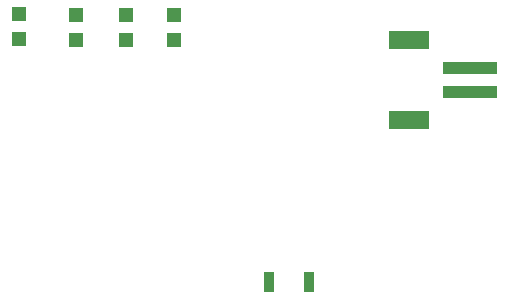
<source format=gbr>
G04 #@! TF.GenerationSoftware,KiCad,Pcbnew,(6.0.0-rc1-dev-1469-g932b9a334)*
G04 #@! TF.CreationDate,2019-08-07T07:36:24-07:00
G04 #@! TF.ProjectId,Laptreus-v2,4c617074-7265-4757-932d-76322e6b6963,rev?*
G04 #@! TF.SameCoordinates,Original*
G04 #@! TF.FileFunction,Paste,Bot*
G04 #@! TF.FilePolarity,Positive*
%FSLAX46Y46*%
G04 Gerber Fmt 4.6, Leading zero omitted, Abs format (unit mm)*
G04 Created by KiCad (PCBNEW (6.0.0-rc1-dev-1469-g932b9a334)) date Wednesday, August 07, 2019 at 07:36:24 AM*
%MOMM*%
%LPD*%
G04 APERTURE LIST*
%ADD10R,4.600000X1.000000*%
%ADD11R,3.400000X1.600000*%
%ADD12R,0.900000X1.700000*%
%ADD13R,1.200000X1.200000*%
G04 APERTURE END LIST*
D10*
G04 #@! TO.C,X1*
X263011772Y-77594689D03*
X263011772Y-79594689D03*
D11*
X257811772Y-75194689D03*
X257811772Y-81994689D03*
G04 #@! TD*
D12*
G04 #@! TO.C,SW_RESET1*
X249411773Y-95694689D03*
X246011773Y-95694689D03*
G04 #@! TD*
D13*
G04 #@! TO.C,L1*
X229608293Y-75197333D03*
X229608293Y-73097333D03*
G04 #@! TD*
G04 #@! TO.C,L3*
X237961772Y-75219689D03*
X237961772Y-73119689D03*
G04 #@! TD*
G04 #@! TO.C,L2*
X233908293Y-75197334D03*
X233908293Y-73097334D03*
G04 #@! TD*
G04 #@! TO.C,L4*
X224836772Y-75144689D03*
X224836772Y-73044689D03*
G04 #@! TD*
M02*

</source>
